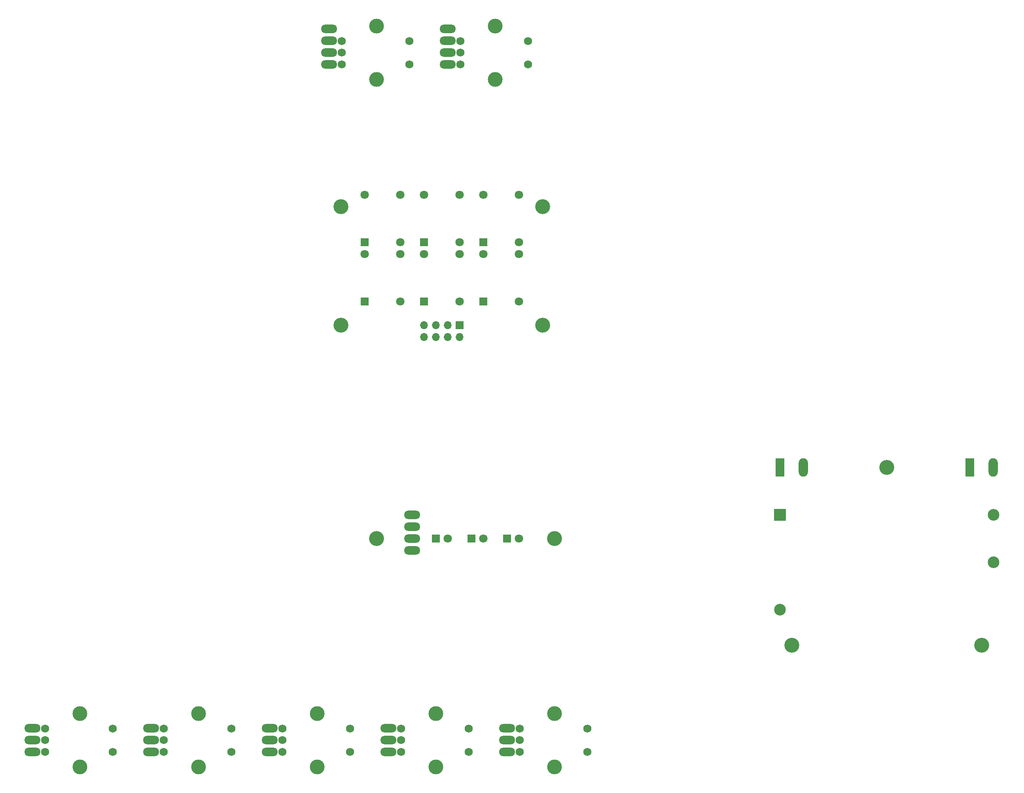
<source format=gbs>
G04 #@! TF.FileFunction,Soldermask,Bot*
%FSLAX46Y46*%
G04 Gerber Fmt 4.6, Leading zero omitted, Abs format (unit mm)*
G04 Created by KiCad (PCBNEW 4.0.6) date 11/03/19 16:58:40*
%MOMM*%
%LPD*%
G01*
G04 APERTURE LIST*
%ADD10C,0.100000*%
%ADD11C,1.800000*%
%ADD12R,1.800000X1.800000*%
%ADD13O,3.500120X1.800860*%
%ADD14R,1.700000X1.700000*%
%ADD15O,1.700000X1.700000*%
%ADD16C,3.162200*%
%ADD17C,1.750000*%
%ADD18C,3.200000*%
%ADD19R,1.980000X3.960000*%
%ADD20O,1.980000X3.960000*%
%ADD21R,2.500000X2.500000*%
%ADD22C,2.500000*%
G04 APERTURE END LIST*
D10*
D11*
X119380000Y-60960000D03*
X119380000Y-50800000D03*
D12*
X111760000Y-60960000D03*
D11*
X111760000Y-50800000D03*
D12*
X129540000Y-111760000D03*
D11*
X132080000Y-111760000D03*
D12*
X121920000Y-111760000D03*
D11*
X124460000Y-111760000D03*
D12*
X114300000Y-111760000D03*
D11*
X116840000Y-111760000D03*
D13*
X109220000Y-114300000D03*
X109220000Y-111760000D03*
X109220000Y-109220000D03*
X109220000Y-106680000D03*
X27940000Y-157480000D03*
X27940000Y-154940000D03*
X27940000Y-152400000D03*
X53340000Y-157480000D03*
X53340000Y-154940000D03*
X53340000Y-152400000D03*
X78740000Y-157480000D03*
X78740000Y-154940000D03*
X78740000Y-152400000D03*
X104140000Y-157480000D03*
X104140000Y-154940000D03*
X104140000Y-152400000D03*
X129540000Y-157480000D03*
X129540000Y-154940000D03*
X129540000Y-152400000D03*
X116840000Y-10160000D03*
X116840000Y-7620000D03*
X116840000Y-5080000D03*
X116840000Y-2540000D03*
X91440000Y-10160000D03*
X91440000Y-7620000D03*
X91440000Y-5080000D03*
X91440000Y-2540000D03*
D14*
X119380000Y-66040000D03*
D15*
X119380000Y-68580000D03*
X116840000Y-66040000D03*
X116840000Y-68580000D03*
X114300000Y-66040000D03*
X114300000Y-68580000D03*
X111760000Y-66040000D03*
X111760000Y-68580000D03*
D16*
X38100000Y-149240000D03*
D17*
X30600000Y-157440000D03*
X30600000Y-154940000D03*
X30600000Y-152440000D03*
X45100000Y-157440000D03*
X45100000Y-152440000D03*
D16*
X38100000Y-160640000D03*
X63500000Y-149240000D03*
D17*
X56000000Y-157440000D03*
X56000000Y-154940000D03*
X56000000Y-152440000D03*
X70500000Y-157440000D03*
X70500000Y-152440000D03*
D16*
X63500000Y-160640000D03*
X88900000Y-149240000D03*
D17*
X81400000Y-157440000D03*
X81400000Y-154940000D03*
X81400000Y-152440000D03*
X95900000Y-157440000D03*
X95900000Y-152440000D03*
D16*
X88900000Y-160640000D03*
X114300000Y-149240000D03*
D17*
X106800000Y-157440000D03*
X106800000Y-154940000D03*
X106800000Y-152440000D03*
X121300000Y-157440000D03*
X121300000Y-152440000D03*
D16*
X114300000Y-160640000D03*
X139700000Y-149240000D03*
D17*
X132200000Y-157440000D03*
X132200000Y-154940000D03*
X132200000Y-152440000D03*
X146700000Y-157440000D03*
X146700000Y-152440000D03*
D16*
X139700000Y-160640000D03*
X127000000Y-1920000D03*
D17*
X119500000Y-10120000D03*
X119500000Y-7620000D03*
X119500000Y-5120000D03*
X134000000Y-10120000D03*
X134000000Y-5120000D03*
D16*
X127000000Y-13320000D03*
X101600000Y-1920000D03*
D17*
X94100000Y-10120000D03*
X94100000Y-7620000D03*
X94100000Y-5120000D03*
X108600000Y-10120000D03*
X108600000Y-5120000D03*
D16*
X101600000Y-13320000D03*
D11*
X132080000Y-48260000D03*
X132080000Y-38100000D03*
D12*
X124460000Y-48260000D03*
D11*
X124460000Y-38100000D03*
X106680000Y-48260000D03*
X106680000Y-38100000D03*
D12*
X99060000Y-48260000D03*
D11*
X99060000Y-38100000D03*
X119380000Y-48260000D03*
X119380000Y-38100000D03*
D12*
X111760000Y-48260000D03*
D11*
X111760000Y-38100000D03*
X132080000Y-60960000D03*
X132080000Y-50800000D03*
D12*
X124460000Y-60960000D03*
D11*
X124460000Y-50800000D03*
X106680000Y-60960000D03*
X106680000Y-50800000D03*
D12*
X99060000Y-60960000D03*
D11*
X99060000Y-50800000D03*
D18*
X93980000Y-40640000D03*
X137160000Y-40640000D03*
X93980000Y-66040000D03*
X137160000Y-66040000D03*
X101600000Y-111760000D03*
X139700000Y-111760000D03*
D19*
X187960000Y-96520000D03*
D20*
X192960000Y-96520000D03*
D19*
X228600000Y-96520000D03*
D20*
X233600000Y-96520000D03*
D21*
X187960000Y-106680000D03*
D22*
X187960000Y-127000000D03*
X233680000Y-116840000D03*
X233680000Y-106680000D03*
D18*
X210820000Y-96520000D03*
X190500000Y-134620000D03*
X231140000Y-134620000D03*
M02*

</source>
